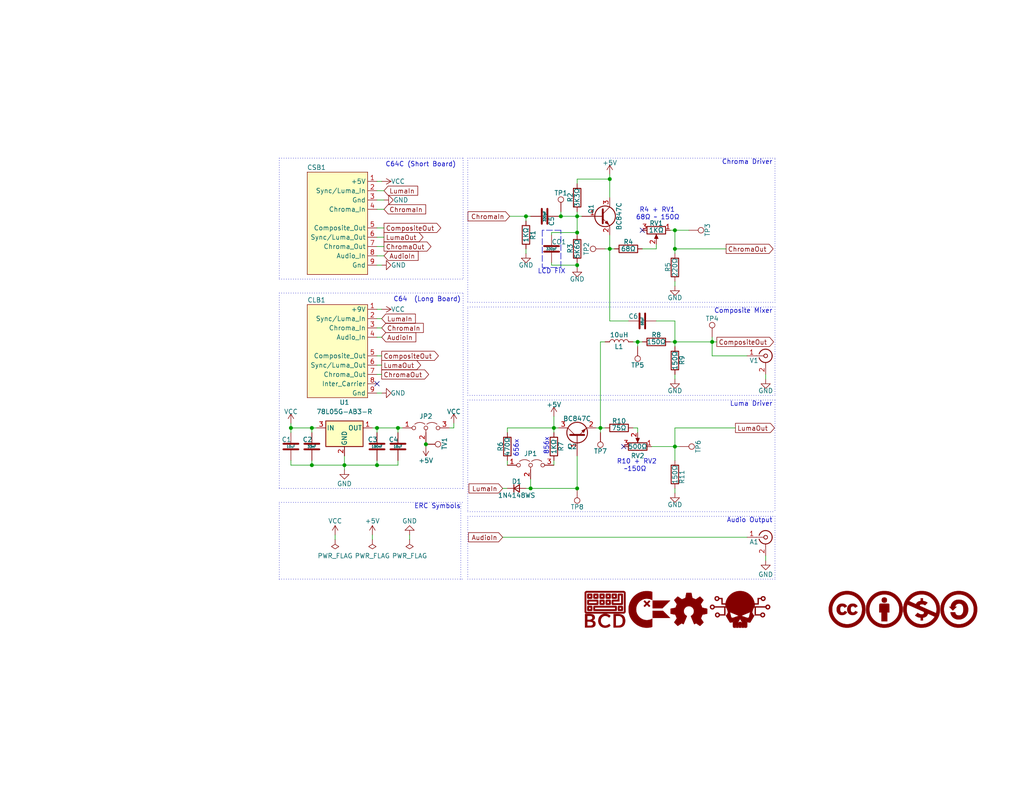
<source format=kicad_sch>
(kicad_sch (version 20211123) (generator eeschema)
  (paper "USLetter")
  (title_block (title "C64 Composite Modulator") (date "2022-01-29") (rev "2") (company "Beaupré Circuit Design") (comment 1 "https://github.com/Beaupre-Circuit-Design/c64-composite-modulator") (comment 3 "https://github.com/mbarszcz-pcb/c64-rf-modulator-replacement") (comment 4 "Remix of an original idea by mbarszcz:"))
  (lib_symbols
    (symbol "BeaupreCircuitDesign:BCD_Logo" (pin_names (offset 1.016)))
    (symbol "BeaupreCircuitDesign:ChickenLips" (pin_names (offset 1.016)))
    (symbol "BeaupreCircuitDesign:OpenSource_Hardware" (pin_names (offset 1.016)))
    (symbol "BeaupreCircuitDesign:Skull" (pin_names (offset 1.016)))
    (symbol "C64_Composite_Modulator:Modulator_Board_To_Long_Board"
      (property "Reference" "C" (at 0 13.97 0))
      (property "Value" "Modulator_Board_To_Long_Board" (at 1.27 -15.24 0))
      (symbol "Modulator_Board_To_Long_Board_1_1"
        (pin passive line (at 11.43 10.16 180) (length 2.54) (name "+9V") (number "1"))
        (pin passive line (at 11.43 7.62 180) (length 2.54) (name "Sync/Luma_In") (number "2"))
        (pin passive line (at 11.43 5.08 180) (length 2.54) (name "Chroma_In") (number "3"))
        (pin passive line (at 11.43 2.54 180) (length 2.54) (name "Audio_In") (number "4"))
        (pin passive line (at 11.43 -2.54 180) (length 2.54) (name "Composite_Out") (number "5"))
        (pin passive line (at 11.43 -5.08 180) (length 2.54) (name "Sync/Luma_Out") (number "6"))
        (pin passive line (at 11.43 -7.62 180) (length 2.54) (name "Chroma_Out") (number "7"))
        (pin passive line (at 11.43 -10.16 180) (length 2.54) (name "Inter_Carrier") (number "8"))
        (pin passive line (at 11.43 -12.7 180) (length 2.54) (name "Gnd") (number "9"))
      )
    )
    (symbol "C64_Composite_Modulator:Modulator_Board_To_Short_Board"
      (property "Reference" "C" (at -6.35 13.97 0))
      (property "Value" "Modulator_Board_To_Short_Board" (at 1.27 -19.05 0))
      (symbol "Modulator_Board_To_Short_Board_1_1"
        (pin passive line (at 11.43 10.16 180) (length 2.54) (name "+5V") (number "1"))
        (pin passive line (at 11.43 7.62 180) (length 2.54) (name "Sync/Luma_In") (number "2"))
        (pin passive line (at 11.43 5.08 180) (length 2.54) (name "Gnd") (number "3"))
        (pin passive line (at 11.43 2.54 180) (length 2.54) (name "Chroma_In") (number "4"))
        (pin passive line (at 11.43 -2.54 180) (length 2.54) (name "Composite_Out") (number "5"))
        (pin passive line (at 11.43 -5.08 180) (length 2.54) (name "Sync/Luma_Out") (number "6"))
        (pin passive line (at 11.43 -7.62 180) (length 2.54) (name "Chroma_Out") (number "7"))
        (pin passive line (at 11.43 -10.16 180) (length 2.54) (name "Audio_In") (number "8"))
        (pin passive line (at 11.43 -12.7 180) (length 2.54) (name "Gnd") (number "9"))
      )
    )
    (symbol "Connector:Conn_Coaxial" (pin_names (offset 1.016) hide)
      (property "Reference" "J" (at 0.254 3.048 0))
      (property "Value" "Conn_Coaxial" (at 2.921 0 90))
      (symbol "Conn_Coaxial_1_1"
        (pin passive line (at -5.08 0 0) (length 2.54) (name "In") (number "1"))
        (pin passive line (at 0 -5.08 90) (length 2.54) (name "Ext") (number "2"))
      )
    )
    (symbol "Connector:TestPoint" (pin_numbers hide) (pin_names (offset 0.762) hide)
      (property "Reference" "TP" (at 0 6.858 0))
      (property "Value" "TestPoint" (at 0 5.08 0))
      (symbol "TestPoint_1_1"
        (pin passive line (at 0 0 90) (length 2.54) (name "1") (number "1"))
      )
    )
    (symbol "CreativeCommons:CreativeCommons" (pin_names (offset 1.016)))
    (symbol "CreativeCommons:CreativeCommons_Attribution" (pin_names (offset 1.016)))
    (symbol "CreativeCommons:CreativeCommons_NonCommercial" (pin_names (offset 1.016)))
    (symbol "CreativeCommons:CreativeCommons_ShareAlike" (pin_names (offset 1.016)))
    (symbol "Device:C" (pin_numbers hide) (pin_names (offset 0.254))
      (property "Reference" "C" (at 0.635 2.54 0))
      (property "Value" "C" (at 0.635 -2.54 0))
      (symbol "C_1_1"
        (pin passive line (at 0 3.81 270) (length 2.794) (name "~") (number "1"))
        (pin passive line (at 0 -3.81 90) (length 2.794) (name "~") (number "2"))
      )
    )
    (symbol "Device:D_Small" (pin_numbers hide) (pin_names (offset 0.254) hide)
      (property "Reference" "D" (at -1.27 2.032 0))
      (property "Value" "D_Small" (at -3.81 -2.032 0))
      (symbol "D_Small_1_1"
        (pin passive line (at -2.54 0 0) (length 1.778) (name "K") (number "1"))
        (pin passive line (at 2.54 0 180) (length 1.778) (name "A") (number "2"))
      )
    )
    (symbol "Device:L" (pin_numbers hide) (pin_names (offset 1.016) hide)
      (property "Reference" "L" (at -1.27 0 90))
      (property "Value" "L" (at 1.905 0 90))
      (symbol "L_1_1"
        (pin passive line (at 0 3.81 270) (length 1.27) (name "1") (number "1"))
        (pin passive line (at 0 -3.81 90) (length 1.27) (name "2") (number "2"))
      )
    )
    (symbol "Device:R" (pin_numbers hide) (pin_names (offset 0))
      (property "Reference" "R" (at 2.032 0 90))
      (property "Value" "R" (at 0 0 90))
      (symbol "R_1_1"
        (pin passive line (at 0 3.81 270) (length 1.27) (name "~") (number "1"))
        (pin passive line (at 0 -3.81 90) (length 1.27) (name "~") (number "2"))
      )
    )
    (symbol "Device:R_Potentiometer" (pin_names (offset 1.016) hide)
      (property "Reference" "RV" (at -4.445 0 90))
      (property "Value" "R_Potentiometer" (at -2.54 0 90))
      (symbol "R_Potentiometer_1_1"
        (pin passive line (at 0 3.81 270) (length 1.27) (name "1") (number "1"))
        (pin passive line (at 3.81 0 180) (length 1.27) (name "2") (number "2"))
        (pin passive line (at 0 -3.81 90) (length 1.27) (name "3") (number "3"))
      )
    )
    (symbol "Jumper:Jumper_3_Open" (pin_names (offset 0) hide)
      (property "Reference" "JP" (at -2.54 -2.54 0))
      (property "Value" "Jumper_3_Open" (at 0 2.794 0))
      (symbol "Jumper_3_Open_1_1"
        (pin passive line (at -6.35 0 0) (length 2.54) (name "A") (number "1"))
        (pin input line (at 0 -3.81 90) (length 2.54) (name "C") (number "2"))
        (pin passive line (at 6.35 0 180) (length 2.54) (name "B") (number "3"))
      )
    )
    (symbol "Regulator_Linear:L78L05_SOT89" (pin_names (offset 0.254))
      (property "Reference" "U" (at -3.81 3.175 0))
      (property "Value" "L78L05_SOT89" (at -0.635 3.175 0))
      (symbol "L78L05_SOT89_1_1"
        (pin power_out line (at 7.62 0 180) (length 2.54) (name "OUT") (number "1"))
        (pin power_in line (at 0 -7.62 90) (length 2.54) (name "GND") (number "2"))
        (pin power_in line (at -7.62 0 0) (length 2.54) (name "IN") (number "3"))
      )
    )
    (symbol "Transistor_BJT:BC847" (pin_names (offset 0) hide)
      (property "Reference" "Q" (at 5.08 1.905 0))
      (property "Value" "BC847" (at 5.08 0 0))
      (symbol "BC847_1_1"
        (pin input line (at -5.08 0 0) (length 5.715) (name "B") (number "1"))
        (pin passive line (at 2.54 -5.08 90) (length 2.54) (name "E") (number "2"))
        (pin passive line (at 2.54 5.08 270) (length 2.54) (name "C") (number "3"))
      )
    )
    (symbol "power:+5V" (power) (pin_names (offset 0))
      (property "Value" "+5V" (at 0 3.556 0))
      (symbol "+5V_1_1"
        (pin power_in line (at 0 0 90) (length 0) hide (name "+5V") (number "1"))
      )
    )
    (symbol "power:GND" (power) (pin_names (offset 0))
      (property "Value" "GND" (at 0 -3.81 0))
      (symbol "GND_1_1"
        (pin power_in line (at 0 0 270) (length 0) hide (name "GND") (number "1"))
      )
    )
    (symbol "power:PWR_FLAG" (power) (pin_numbers hide) (pin_names (offset 0) hide)
      (property "Value" "PWR_FLAG" (at 0 3.81 0))
      (symbol "PWR_FLAG_0_0"
        (pin power_out line (at 0 0 90) (length 0) (name "pwr") (number "1"))
      )
    )
    (symbol "power:VCC" (power) (pin_names (offset 0))
      (property "Value" "VCC" (at 0 3.81 0))
      (symbol "VCC_1_1"
        (pin power_in line (at 0 0 90) (length 0) hide (name "VCC") (number "1"))
      )
    )
  )
  (junction (at 85.09 116.84))
  (junction (at 173.99 93.345))
  (junction (at 184.15 93.345))
  (junction (at 151.13 116.84))
  (junction (at 102.87 127))
  (junction (at 143.51 59.055))
  (junction (at 153.035 59.055))
  (junction (at 116.205 121.285))
  (junction (at 108.585 116.84))
  (junction (at 184.15 67.945))
  (junction (at 144.78 133.35))
  (junction (at 157.48 72.39))
  (junction (at 166.37 67.945))
  (junction (at 163.83 116.84))
  (junction (at 157.48 63.5))
  (junction (at 79.375 116.84))
  (junction (at 102.87 116.84))
  (junction (at 166.37 48.895))
  (junction (at 184.15 121.92))
  (junction (at 93.98 127))
  (junction (at 194.31 93.345))
  (junction (at 157.48 133.35))
  (junction (at 184.15 62.865))
  (junction (at 157.48 59.055))
  (junction (at 85.09 127))
  (no_connect (at 175.26 62.865))
  (no_connect (at 170.18 121.92))
  (no_connect (at 102.87 104.775))
  (wire (pts (xy 165.1 67.945) (xy 166.37 67.945)))
  (wire (pts (xy 157.48 48.895) (xy 166.37 48.895)))
  (wire (pts (xy 151.13 116.84) (xy 151.13 113.665)))
  (polyline (pts (xy 147.955 62.865) (xy 147.955 73.025)))
  (wire (pts (xy 102.87 62.23) (xy 104.775 62.23)))
  (wire (pts (xy 102.87 107.315) (xy 104.14 107.315)))
  (wire (pts (xy 157.48 72.39) (xy 150.495 72.39)))
  (wire (pts (xy 102.87 67.31) (xy 104.775 67.31)))
  (wire (pts (xy 85.09 116.84) (xy 79.375 116.84)))
  (wire (pts (xy 175.26 67.945) (xy 179.07 67.945)))
  (wire (pts (xy 173.99 93.345) (xy 175.26 93.345)))
  (wire (pts (xy 194.31 93.345) (xy 194.31 97.155)))
  (wire (pts (xy 173.99 116.84) (xy 173.99 118.11)))
  (wire (pts (xy 184.15 121.92) (xy 184.15 125.73)))
  (wire (pts (xy 182.88 62.865) (xy 184.15 62.865)))
  (wire (pts (xy 102.87 54.61) (xy 104.775 54.61)))
  (wire (pts (xy 86.36 116.84) (xy 85.09 116.84)))
  (polyline (pts (xy 126.365 133.35) (xy 126.365 80.01)) (stroke (width 0) (type dot)))
  (wire (pts (xy 116.205 121.285) (xy 116.205 121.92)))
  (wire (pts (xy 102.87 118.11) (xy 102.87 116.84)))
  (wire (pts (xy 184.15 62.865) (xy 184.15 67.945)))
  (wire (pts (xy 108.585 127) (xy 102.87 127)))
  (wire (pts (xy 157.48 71.755) (xy 157.48 72.39)))
  (wire (pts (xy 163.83 116.84) (xy 162.56 116.84)))
  (wire (pts (xy 108.585 125.73) (xy 108.585 127)))
  (polyline (pts (xy 127.635 140.97) (xy 211.455 140.97)) (stroke (width 0) (type dot)))
  (wire (pts (xy 102.87 102.235) (xy 104.14 102.235)))
  (wire (pts (xy 157.48 57.785) (xy 157.48 59.055)))
  (wire (pts (xy 157.48 124.46) (xy 157.48 133.35)))
  (wire (pts (xy 102.87 57.15) (xy 104.775 57.15)))
  (polyline (pts (xy 147.955 73.025) (xy 153.035 73.025)))
  (wire (pts (xy 166.37 47.625) (xy 166.37 48.895)))
  (wire (pts (xy 108.585 116.84) (xy 108.585 118.11)))
  (wire (pts (xy 102.87 69.85) (xy 104.775 69.85)))
  (polyline (pts (xy 211.455 107.95) (xy 127.635 107.95)) (stroke (width 0) (type dot)))
  (wire (pts (xy 102.87 89.535) (xy 104.14 89.535)))
  (wire (pts (xy 150.495 64.135) (xy 150.495 63.5)))
  (wire (pts (xy 172.72 116.84) (xy 173.99 116.84)))
  (wire (pts (xy 182.88 93.345) (xy 184.15 93.345)))
  (wire (pts (xy 138.43 116.84) (xy 138.43 118.11)))
  (wire (pts (xy 116.205 120.65) (xy 116.205 121.285)))
  (polyline (pts (xy 76.2 158.115) (xy 126.365 158.115)) (stroke (width 0) (type dot)))
  (wire (pts (xy 85.09 127) (xy 85.09 125.73)))
  (wire (pts (xy 166.37 64.135) (xy 166.37 67.945)))
  (wire (pts (xy 111.76 146.05) (xy 111.76 147.32)))
  (wire (pts (xy 102.87 116.84) (xy 108.585 116.84)))
  (wire (pts (xy 184.15 67.945) (xy 184.15 69.215)))
  (polyline (pts (xy 127.635 158.115) (xy 127.635 140.97)) (stroke (width 0) (type dot)))
  (wire (pts (xy 184.15 116.84) (xy 200.66 116.84)))
  (wire (pts (xy 102.87 116.84) (xy 101.6 116.84)))
  (wire (pts (xy 165.1 93.345) (xy 163.83 93.345)))
  (wire (pts (xy 143.51 133.35) (xy 144.78 133.35)))
  (polyline (pts (xy 76.2 80.01) (xy 126.365 80.01)) (stroke (width 0) (type dot)))
  (wire (pts (xy 152.4 59.055) (xy 153.035 59.055)))
  (wire (pts (xy 184.15 121.92) (xy 185.42 121.92)))
  (wire (pts (xy 138.43 116.84) (xy 151.13 116.84)))
  (wire (pts (xy 79.375 127) (xy 85.09 127)))
  (wire (pts (xy 208.915 102.235) (xy 208.915 103.505)))
  (wire (pts (xy 163.83 116.84) (xy 163.83 118.11)))
  (wire (pts (xy 144.78 133.35) (xy 157.48 133.35)))
  (wire (pts (xy 163.83 93.345) (xy 163.83 116.84)))
  (wire (pts (xy 123.825 116.84) (xy 123.825 115.57)))
  (wire (pts (xy 194.31 93.345) (xy 194.31 92.075)))
  (wire (pts (xy 157.48 72.39) (xy 157.48 73.025)))
  (wire (pts (xy 150.495 72.39) (xy 150.495 71.755)))
  (wire (pts (xy 102.87 84.455) (xy 104.14 84.455)))
  (wire (pts (xy 123.825 116.84) (xy 122.555 116.84)))
  (polyline (pts (xy 211.455 158.115) (xy 127.635 158.115)) (stroke (width 0) (type dot)))
  (polyline (pts (xy 211.455 43.18) (xy 127.635 43.18)) (stroke (width 0) (type dot)))
  (wire (pts (xy 93.98 124.46) (xy 93.98 127)))
  (polyline (pts (xy 127.635 83.82) (xy 211.455 83.82)) (stroke (width 0) (type dot)))
  (wire (pts (xy 102.87 52.07) (xy 104.775 52.07)))
  (polyline (pts (xy 76.2 43.18) (xy 126.365 43.18)) (stroke (width 0) (type dot)))
  (wire (pts (xy 177.8 121.92) (xy 184.15 121.92)))
  (wire (pts (xy 150.495 63.5) (xy 157.48 63.5)))
  (polyline (pts (xy 211.455 109.22) (xy 211.455 139.7)) (stroke (width 0) (type dot)))
  (wire (pts (xy 143.51 59.055) (xy 143.51 60.325)))
  (wire (pts (xy 102.87 72.39) (xy 104.14 72.39)))
  (wire (pts (xy 194.31 93.345) (xy 195.58 93.345)))
  (wire (pts (xy 167.64 67.945) (xy 166.37 67.945)))
  (polyline (pts (xy 76.2 133.35) (xy 126.365 133.35)) (stroke (width 0) (type dot)))
  (wire (pts (xy 157.48 48.895) (xy 157.48 50.165)))
  (wire (pts (xy 144.78 133.35) (xy 144.78 130.81)))
  (wire (pts (xy 184.15 102.235) (xy 184.15 103.505)))
  (wire (pts (xy 184.15 67.945) (xy 198.12 67.945)))
  (wire (pts (xy 151.13 116.84) (xy 152.4 116.84)))
  (wire (pts (xy 137.16 133.35) (xy 138.43 133.35)))
  (polyline (pts (xy 76.2 43.18) (xy 76.2 76.2)) (stroke (width 0) (type dot)))
  (wire (pts (xy 171.45 87.63) (xy 166.37 87.63)))
  (wire (pts (xy 179.07 87.63) (xy 184.15 87.63)))
  (polyline (pts (xy 126.365 43.18) (xy 126.365 76.2)) (stroke (width 0) (type dot)))
  (polyline (pts (xy 153.035 62.865) (xy 147.955 62.865)))
  (wire (pts (xy 153.035 59.055) (xy 157.48 59.055)))
  (wire (pts (xy 102.87 86.995) (xy 104.14 86.995)))
  (wire (pts (xy 151.13 127) (xy 151.13 125.73)))
  (polyline (pts (xy 211.455 83.82) (xy 211.455 107.95)) (stroke (width 0) (type dot)))
  (polyline (pts (xy 125.73 158.115) (xy 125.73 137.16)) (stroke (width 0) (type dot)))
  (wire (pts (xy 102.87 127) (xy 102.87 125.73)))
  (polyline (pts (xy 76.2 80.01) (xy 76.2 133.35)) (stroke (width 0) (type dot)))
  (polyline (pts (xy 76.2 158.115) (xy 76.2 137.16)) (stroke (width 0) (type dot)))
  (wire (pts (xy 172.72 93.345) (xy 173.99 93.345)))
  (polyline (pts (xy 211.455 140.97) (xy 211.455 158.115)) (stroke (width 0) (type dot)))
  (wire (pts (xy 184.15 62.865) (xy 187.96 62.865)))
  (wire (pts (xy 157.48 63.5) (xy 157.48 64.135)))
  (wire (pts (xy 194.31 97.155) (xy 203.835 97.155)))
  (wire (pts (xy 93.98 127) (xy 102.87 127)))
  (wire (pts (xy 85.09 118.11) (xy 85.09 116.84)))
  (wire (pts (xy 208.915 151.765) (xy 208.915 153.035)))
  (wire (pts (xy 102.87 92.075) (xy 104.14 92.075)))
  (wire (pts (xy 166.37 67.945) (xy 166.37 87.63)))
  (wire (pts (xy 108.585 116.84) (xy 109.855 116.84)))
  (wire (pts (xy 151.13 118.11) (xy 151.13 116.84)))
  (polyline (pts (xy 127.635 109.22) (xy 127.635 139.7)) (stroke (width 0) (type dot)))
  (wire (pts (xy 173.99 94.615) (xy 173.99 93.345)))
  (wire (pts (xy 153.035 57.785) (xy 153.035 59.055)))
  (wire (pts (xy 157.48 59.055) (xy 157.48 63.5)))
  (wire (pts (xy 157.48 59.055) (xy 158.75 59.055)))
  (wire (pts (xy 184.15 116.84) (xy 184.15 121.92)))
  (wire (pts (xy 79.375 125.73) (xy 79.375 127)))
  (wire (pts (xy 79.375 118.11) (xy 79.375 116.84)))
  (polyline (pts (xy 76.2 137.16) (xy 126.365 137.16)) (stroke (width 0) (type dot)))
  (wire (pts (xy 143.51 59.055) (xy 144.78 59.055)))
  (polyline (pts (xy 127.635 107.95) (xy 127.635 83.82)) (stroke (width 0) (type dot)))
  (wire (pts (xy 85.09 127) (xy 93.98 127)))
  (wire (pts (xy 184.15 133.35) (xy 184.15 134.62)))
  (wire (pts (xy 184.15 93.345) (xy 194.31 93.345)))
  (polyline (pts (xy 211.455 109.22) (xy 127.635 109.22)) (stroke (width 0) (type dot)))
  (wire (pts (xy 137.16 146.685) (xy 203.835 146.685)))
  (wire (pts (xy 143.51 67.945) (xy 143.51 69.215)))
  (wire (pts (xy 184.15 93.345) (xy 184.15 94.615)))
  (wire (pts (xy 165.1 116.84) (xy 163.83 116.84)))
  (wire (pts (xy 102.87 49.53) (xy 104.14 49.53)))
  (wire (pts (xy 79.375 115.57) (xy 79.375 116.84)))
  (polyline (pts (xy 76.2 76.2) (xy 126.365 76.2)) (stroke (width 0) (type dot)))
  (wire (pts (xy 139.065 59.055) (xy 143.51 59.055)))
  (wire (pts (xy 102.87 97.155) (xy 104.14 97.155)))
  (wire (pts (xy 102.87 99.695) (xy 104.14 99.695)))
  (wire (pts (xy 101.6 146.05) (xy 101.6 147.32)))
  (wire (pts (xy 184.15 87.63) (xy 184.15 93.345)))
  (polyline (pts (xy 127.635 82.55) (xy 211.455 82.55)) (stroke (width 0) (type dot)))
  (wire (pts (xy 179.07 66.675) (xy 179.07 67.945)))
  (wire (pts (xy 91.44 146.05) (xy 91.44 147.32)))
  (wire (pts (xy 138.43 127) (xy 138.43 125.73)))
  (polyline (pts (xy 127.635 43.18) (xy 127.635 82.55)) (stroke (width 0) (type dot)))
  (polyline (pts (xy 153.035 73.025) (xy 153.035 62.865)))
  (polyline (pts (xy 211.455 82.55) (xy 211.455 43.18)) (stroke (width 0) (type dot)))
  (polyline (pts (xy 127.635 139.7) (xy 211.455 139.7)) (stroke (width 0) (type dot)))
  (wire (pts (xy 102.87 64.77) (xy 104.775 64.77)))
  (wire (pts (xy 166.37 48.895) (xy 166.37 53.975)))
  (wire (pts (xy 184.15 76.835) (xy 184.15 78.105)))
  (wire (pts (xy 93.98 128.27) (xy 93.98 127)))
  (text "856x" (at 149.86 119.38 270) (effects (font (size 1.27 1.27)) (justify right bottom)))
  (text "R10 + RV2\n  ~150Ω" (at 168.275 128.905 0) (effects (font (size 1.27 1.27)) (justify left bottom)))
  (text "C64C (Short Board)" (at 124.46 45.72 180) (effects (font (size 1.27 1.27)) (justify right bottom)))
  (text "Luma Driver" (at 210.82 111.125 180) (effects (font (size 1.27 1.27)) (justify right bottom)))
  (text "Composite Mixer" (at 210.82 85.725 180) (effects (font (size 1.27 1.27)) (justify right bottom)))
  (text "C64  (Long Board)" (at 107.315 82.55 0) (effects (font (size 1.27 1.27)) (justify left bottom)))
  (text "ERC Symbols" (at 125.73 139.065 180) (effects (font (size 1.27 1.27)) (justify right bottom)))
  (text "Audio Output" (at 210.82 142.875 180) (effects (font (size 1.27 1.27)) (justify right bottom)))
  (text " R4 + RV1\n68Ω ~ 150Ω" (at 173.482 60.198 0) (effects (font (size 1.27 1.27)) (justify left bottom)))
  (text "Chroma Driver" (at 210.82 45.085 180) (effects (font (size 1.27 1.27)) (justify right bottom)))
  (text "656x" (at 141.605 120.015 270) (effects (font (size 1.27 1.27)) (justify right bottom)))
  (text "LCD FIX" (at 146.685 74.93 0) (effects (font (size 1.27 1.27)) (justify left bottom)))
  (global_label "LumaOut" (shape output) (at 104.775 64.77 0) (property "Intersheet References" "${INTERSHEET_REFS}" (effects hide)))
  (global_label "LumaOut" (shape output) (at 104.14 99.695 0) (property "Intersheet References" "${INTERSHEET_REFS}" (effects hide)))
  (global_label "CompositeOut" (shape output) (at 104.14 97.155 0) (property "Intersheet References" "${INTERSHEET_REFS}" (effects hide)))
  (global_label "CompositeOut" (shape output) (at 195.58 93.345 0) (property "Intersheet References" "${INTERSHEET_REFS}" (effects hide)))
  (global_label "LumaIn" (shape input) (at 137.16 133.35 180) (property "Intersheet References" "${INTERSHEET_REFS}" (effects hide)))
  (global_label "ChromaIn" (shape input) (at 104.775 57.15 0) (property "Intersheet References" "${INTERSHEET_REFS}" (effects hide)))
  (global_label "CompositeOut" (shape output) (at 104.775 62.23 0) (property "Intersheet References" "${INTERSHEET_REFS}" (effects hide)))
  (global_label "LumaIn" (shape input) (at 104.14 86.995 0) (property "Intersheet References" "${INTERSHEET_REFS}" (effects hide)))
  (global_label "LumaOut" (shape output) (at 200.66 116.84 0) (property "Intersheet References" "${INTERSHEET_REFS}" (effects hide)))
  (global_label "AudioIn" (shape input) (at 104.14 92.075 0) (property "Intersheet References" "${INTERSHEET_REFS}" (effects hide)))
  (global_label "ChromaIn" (shape input) (at 104.14 89.535 0) (property "Intersheet References" "${INTERSHEET_REFS}" (effects hide)))
  (global_label "AudioIn" (shape input) (at 104.775 69.85 0) (property "Intersheet References" "${INTERSHEET_REFS}" (effects hide)))
  (global_label "ChromaOut" (shape output) (at 104.14 102.235 0) (property "Intersheet References" "${INTERSHEET_REFS}" (effects hide)))
  (global_label "ChromaOut" (shape output) (at 104.775 67.31 0) (property "Intersheet References" "${INTERSHEET_REFS}" (effects hide)))
  (global_label "LumaIn" (shape input) (at 104.775 52.07 0) (property "Intersheet References" "${INTERSHEET_REFS}" (effects hide)))
  (global_label "ChromaIn" (shape input) (at 139.065 59.055 180) (property "Intersheet References" "${INTERSHEET_REFS}" (effects hide)))
  (global_label "ChromaOut" (shape output) (at 198.12 67.945 0) (property "Intersheet References" "${INTERSHEET_REFS}" (effects hide)))
  (global_label "AudioIn" (shape input) (at 137.16 146.685 180) (property "Intersheet References" "${INTERSHEET_REFS}" (effects hide)))
  (symbol (lib_id "Device:R") (at 143.51 64.135 180) (unit 1)
    (property "Reference" "R1" (at 145.415 62.865 90) (effects (justify left)))
    (property "Value" "1KΩ" (at 143.51 64.135 90))
    (property "Footprint" "Resistor_SMD:R_0805_2012Metric" (effects hide))
    (property "Datasheet" "https://datasheet.lcsc.com/lcsc/1811022111_UNI-ROYAL-Uniroyal-Elec-0805W8F1001T5E_C17513.pdf" (effects hide))
    (property "Description" "1kΩ ±1% 0.125W ±100ppm/℃ 0805 Chip Resistor" (effects hide))
    (property "Manufacturer" "UNI-ROYAL(Uniroyal Elec)" (effects hide))
    (property "Mfr.Part" "0805W8F1001T5E" (effects hide))
    (property "LCSC" "C17513" (effects hide))
    (property "Digikey" "13-RC0805JR-131KLCT-ND" (effects hide))
  )
  (symbol (lib_id "Device:R") (at 157.48 53.975 0) (unit 1)
    (property "Reference" "R2" (at 155.575 55.245 90) (effects (justify left)))
    (property "Value" "3K3Ω" (at 157.48 53.975 90))
    (property "Footprint" "Resistor_SMD:R_0805_2012Metric" (effects hide))
    (property "Datasheet" "https://datasheet.lcsc.com/lcsc/1809140022_UNI-ROYAL-Uniroyal-Elec-0805W8F3301T5E_C26010.pdf" (effects hide))
    (property "Description" "3.3kΩ ±1% 0.125W ±100ppm/℃ 0805 Chip Resistor" (effects hide))
    (property "Manufacturer" "UNI-ROYAL(Uniroyal Elec)" (effects hide))
    (property "Mfr.Part" "0805W8F3301T5E" (effects hide))
    (property "LCSC" "C26010" (effects hide))
    (property "Digikey" "13-RC0805JR-133K3LCT-ND" (effects hide))
  )
  (symbol (lib_id "Device:R") (at 157.48 67.945 0) (unit 1)
    (property "Reference" "R3" (at 155.575 69.215 90) (effects (justify left)))
    (property "Value" "5K6Ω" (at 157.48 67.945 90))
    (property "Footprint" "Resistor_SMD:R_0805_2012Metric" (effects hide))
    (property "Datasheet" "https://datasheet.lcsc.com/lcsc/1810301830_UNI-ROYAL-Uniroyal-Elec-0805W8F5601T5E_C4382.pdf" (effects hide))
    (property "Description" "5.6kΩ ±1% 0.125W ±100ppm/℃ 0805 Chip Resistor" (effects hide))
    (property "Manufacturer" "UNI-ROYAL(Uniroyal Elec)" (effects hide))
    (property "Mfr.Part" "0805W8F5601T5E" (effects hide))
    (property "LCSC" "C4382" (effects hide))
    (property "Digikey" "13-RC0805JR-105K6LCT-ND" (effects hide))
  )
  (symbol (lib_id "Device:R") (at 171.45 67.945 270) (unit 1)
    (property "Reference" "R4" (at 171.45 66.04 90))
    (property "Value" "68Ω" (at 171.45 67.945 90))
    (property "Footprint" "Resistor_SMD:R_0805_2012Metric" (effects hide))
    (property "Datasheet" "https://datasheet.lcsc.com/lcsc/1810301620_UNI-ROYAL-Uniroyal-Elec-0805W8F680JT5E_C17802.pdf" (effects hide))
    (property "Description" "68Ω ±1% 0.125W ±200ppm/℃ 0805 Chip Resistor" (effects hide))
    (property "Manufacturer" "UNI-ROYAL(Uniroyal Elec)" (effects hide))
    (property "Mfr.Part" "0805W8F680JT5E" (effects hide))
    (property "LCSC" "C17802" (effects hide))
    (property "Digikey" "804-1106-1-ND" (effects hide))
  )
  (symbol (lib_id "Device:R") (at 184.15 73.025 0) (unit 1)
    (property "Reference" "R5" (at 182.245 74.295 90) (effects (justify left)))
    (property "Value" "220Ω" (at 184.15 73.025 90))
    (property "Footprint" "Resistor_SMD:R_0805_2012Metric" (effects hide))
    (property "Datasheet" "https://datasheet.lcsc.com/lcsc/1810241809_UNI-ROYAL-Uniroyal-Elec-0805W8F2200T5E_C17557.pdf" (effects hide))
    (property "Description" "220Ω ±1% 0.125W ±100ppm/℃ 0805 Chip Resistor" (effects hide))
    (property "Manufacturer" "UNI-ROYAL(Uniroyal Elec)" (effects hide))
    (property "Mfr.Part" "0805W8F2200T5E" (effects hide))
    (property "LCSC" "C17557" (effects hide))
    (property "Digikey" "13-RC0805JR-13220RLCT-ND" (effects hide))
  )
  (symbol (lib_id "Transistor_BJT:BC847") (at 163.83 59.055 0) (unit 1)
    (property "Reference" "Q1" (at 161.29 58.42 90) (effects (justify left)))
    (property "Value" "BC847C" (at 168.91 62.865 90) (effects (justify left)))
    (property "Footprint" "Package_TO_SOT_SMD:SOT-23" (effects hide))
    (property "Datasheet" "https://datasheet.lcsc.com/lcsc/1811141238_Nexperia-BC847C-215_C8664.pdf" (effects hide))
    (property "Description" "45V 250mW 100mA 520@2mA,5V 100MHz 200mV@100mA,5mA NPN +150℃@(Tj) SOT-23(SOT-23-3) Bipolar Transistors - BJT ROHS" (effects hide))
    (property "Manufacturer" "Nexperia" (effects hide))
    (property "Mfr.Part" "BC847C,215" (effects hide))
    (property "LCSC" "C8664" (effects hide))
    (property "Digikey" "1727-2924-1-ND" (effects hide))
  )
  (symbol (lib_id "Device:C") (at 148.59 59.055 270) (unit 1)
    (property "Reference" "C5" (at 150.495 59.055 0) (effects (justify left)))
    (property "Value" "330pF" (at 148.59 59.055 0) (effects (font (size 0.635 0.635))))
    (property "Footprint" "Capacitor_SMD:C_0805_2012Metric" (effects hide))
    (property "Datasheet" "https://datasheet.lcsc.com/lcsc/1810191220_Samsung-Electro-Mechanics-CL21B331KBANNNC_C51207.pdf" (effects hide))
    (property "Description" "50V 330pF X7R ±10% 0805 Multilayer Ceramic Capacitors MLCC - SMD/SMT ROHS" (effects hide))
    (property "Manufacturer" "Samsung Electro-Mechanics" (effects hide))
    (property "Mfr.Part" "CL21B331KBANNNC" (effects hide))
    (property "LCSC" "C51207" (effects hide))
    (property "Digikey" "1276-1765-1-ND" (effects hide))
  )
  (symbol (lib_id "Device:C") (at 85.09 121.92 0) (unit 1)
    (property "Reference" "C2" (at 82.55 120.015 0) (effects (justify left)))
    (property "Value" "33nF" (at 85.09 121.92 0) (effects (font (size 0.635 0.635))))
    (property "Footprint" "Capacitor_SMD:C_0805_2012Metric" (effects hide))
    (property "Datasheet" "https://datasheet.lcsc.com/lcsc/1810241123_Samsung-Electro-Mechanics-CL21B333KBANNNC_C159777.pdf" (effects hide))
    (property "Description" "50V 33nF X7R ±10% 0805 Multilayer Ceramic Capacitors MLCC - SMD/SMT ROHS" (effects hide))
    (property "Manufacturer" "Samsung Electro-Mechanics" (effects hide))
    (property "Mfr.Part" "CL21B333KBANNNC" (effects hide))
    (property "LCSC" "C159777" (effects hide))
    (property "Digikey" "1276-1796-1-ND" (effects hide))
  )
  (symbol (lib_id "Device:C") (at 102.87 121.92 0) (unit 1)
    (property "Reference" "C3" (at 100.33 120.015 0) (effects (justify left)))
    (property "Value" "100nF" (at 102.87 121.92 0) (effects (font (size 0.635 0.635))))
    (property "Footprint" "Capacitor_SMD:C_0805_2012Metric" (effects hide))
    (property "Datasheet" "https://datasheet.lcsc.com/lcsc/1810191216_Samsung-Electro-Mechanics-CL21B104KCFNNNE_C28233.pdf" (effects hide))
    (property "Description" "100V 100nF X7R ±10% 0805 Multilayer Ceramic Capacitors MLCC - SMD/SMT ROHS" (effects hide))
    (property "Manufacturer" "Samsung Electro-Mechanics" (effects hide))
    (property "Mfr.Part" "CL21B104KCFNNNE" (effects hide))
    (property "LCSC" "C28233" (effects hide))
    (property "Digikey" "1276-6840-1-ND" (effects hide))
  )
  (symbol (lib_id "Device:C") (at 79.375 121.92 0) (unit 1)
    (property "Reference" "C1" (at 76.835 120.015 0) (effects (justify left)))
    (property "Value" "10uF" (at 79.375 121.92 0) (effects (font (size 0.635 0.635))))
    (property "Footprint" "Capacitor_SMD:C_1206_3216Metric" (effects hide))
    (property "Datasheet" "https://datasheet.lcsc.com/lcsc/1810221112_Samsung-Electro-Mechanics-CL31A106KBHNNNE_C13585.pdf" (effects hide))
    (property "Description" "10uF ±10% 50V X5R 1206 Multilayer Ceramic Capacitors " (effects hide))
    (property "Manufacturer" "Samsung Electro-Mechanics" (effects hide))
    (property "Mfr.Part" "CL31A106KBHNNNE" (effects hide))
    (property "LCSC" "C13585" (effects hide))
    (property "Digikey" "1276-2876-1-ND" (effects hide))
  )
  (symbol (lib_id "Device:R") (at 138.43 121.92 0) (mirror x) (unit 1)
    (property "Reference" "R6" (at 136.525 121.92 90))
    (property "Value" "470Ω" (at 138.43 121.92 90))
    (property "Footprint" "Resistor_SMD:R_0805_2012Metric" (effects hide))
    (property "Datasheet" "https://datasheet.lcsc.com/lcsc/1811050105_UNI-ROYAL-Uniroyal-Elec-0805W8F4700T5E_C17710.pdf" (effects hide))
    (property "Description" "470Ω ±1% 0.125W ±100ppm/℃ 0805 Chip Resistor" (effects hide))
    (property "Manufacturer" "UNI-ROYAL(Uniroyal Elec)" (effects hide))
    (property "Mfr.Part" "0805W8F4700T5E" (effects hide))
    (property "LCSC" "C17710" (effects hide))
    (property "Digikey" "13-RC0805JR-13470RLCT-ND" (effects hide))
  )
  (symbol (lib_id "Device:R") (at 151.13 121.92 0) (mirror x) (unit 1)
    (property "Reference" "R7" (at 153.035 121.92 90))
    (property "Value" "1KΩ" (at 151.13 121.92 90))
    (property "Footprint" "Resistor_SMD:R_0805_2012Metric" (effects hide))
    (property "Datasheet" "https://datasheet.lcsc.com/lcsc/1811022111_UNI-ROYAL-Uniroyal-Elec-0805W8F1001T5E_C17513.pdf" (effects hide))
    (property "Description" "1kΩ ±1% 0.125W ±100ppm/℃ 0805 Chip Resistor" (effects hide))
    (property "Manufacturer" "UNI-ROYAL(Uniroyal Elec)" (effects hide))
    (property "Mfr.Part" "0805W8F1001T5E" (effects hide))
    (property "LCSC" "C17513" (effects hide))
    (property "Digikey" "13-RC0805JR-131KLCT-ND" (effects hide))
  )
  (symbol (lib_id "Device:R_Potentiometer") (at 179.07 62.865 270) (unit 1)
    (property "Reference" "RV1" (at 179.07 60.96 90))
    (property "Value" "1KΩ" (at 179.07 62.865 90))
    (property "Footprint" "Potentiometer_THT:Potentiometer_Bourns_3296W_Vertical" (effects hide))
    (property "Datasheet" "https://datasheet.lcsc.com/lcsc/1811011713_BOCHEN-Chengdu-Guosheng-Tech-3296W-1-102_C118949.pdf" (effects hide))
    (property "Description" "±100ppm/℃ ±10% 500mW 25 1kΩ Plugin Variable Resistors/Potentiometers ROHS " (effects hide))
    (property "Manufacturer" "BOCHEN(Chengdu Guosheng Tech) " (effects hide))
    (property "Mfr.Part" "3296W-1-102" (effects hide))
    (property "LCSC" "C118949" (effects hide))
    (property "Digikey" "3296W-102-ND" (effects hide))
  )
  (symbol (lib_id "Device:C") (at 108.585 121.92 0) (unit 1)
    (property "Reference" "C4" (at 106.045 120.015 0) (effects (justify left)))
    (property "Value" "10uF" (at 108.585 121.92 0) (effects (font (size 0.635 0.635))))
    (property "Footprint" "Capacitor_SMD:C_1206_3216Metric" (effects hide))
    (property "Datasheet" "https://datasheet.lcsc.com/lcsc/1810221112_Samsung-Electro-Mechanics-CL31A106KBHNNNE_C13585.pdf" (effects hide))
    (property "Description" "10uF ±10% 50V X5R 1206 Multilayer Ceramic Capacitors " (effects hide))
    (property "Manufacturer" "Samsung Electro-Mechanics" (effects hide))
    (property "Mfr.Part" "CL31A106KBHNNNE" (effects hide))
    (property "LCSC" "C13585" (effects hide))
    (property "Digikey" "1276-2876-1-ND" (effects hide))
  )
  (symbol (lib_id "Device:C") (at 150.495 67.945 0) (unit 1)
    (property "Reference" "CO1" (at 150.495 66.04 0) (effects (justify left)))
    (property "Value" "330pF" (at 150.495 67.945 0) (effects (font (size 0.635 0.635))))
    (property "Footprint" "Capacitor_THT:C_Disc_D4.7mm_W2.5mm_P5.00mm" (effects hide))
    (property "Datasheet" "https://datasheet.lcsc.com/lcsc/1912111437_TDK-CK45-B3AD331KYVNA_C342340.pdf" (effects hide))
    (property "Description" "±10% 330pF B 5mm 5.5mm 5mm 1kV Radial Leaded,P=5mm Ceramic Disc Capacitor" (effects hide))
    (property "Manufacturer" "TDK" (effects hide))
    (property "Mfr.Part" "CK45-B3AD331KYVNA" (effects hide))
    (property "LCSC" "C342340" (effects hide))
    (property "Notes" "Optionnal, install for LCD fix if needed" (effects hide))
    (property "Digikey" "445-CK45-B3AD331KYVNA-ND" (effects hide))
  )
  (symbol (lib_id "Jumper:Jumper_3_Open") (at 144.78 127 0) (unit 1)
    (property "Reference" "JP1" (at 144.78 123.825 0))
    (property "Value" "Jumper_3_Open" (effects hide))
    (property "Footprint" "Connector_PinHeader_2.54mm:PinHeader_1x03_P2.54mm_Vertical" (effects hide))
    (property "Datasheet" "https://datasheet.lcsc.com/lcsc/1811132313_BOOMELE-Boom-Precision-Elec-C49257_C49257.pdf" (effects hide))
    (property "Description" " 	3A Straight Square Pins -40℃~+105℃ 1 3 2.54mm Black 1x3P Plugin,P=2.54mm Pin Headers" (effects hide))
    (property "Manufacturer" "BOOMELE(Boom Precision Elec)" (effects hide))
    (property "Mfr.Part" "C49257" (effects hide))
    (property "LCSC" "C49257" (effects hide))
    (property "Digikey" "609-3461-ND" (effects hide))
  )
  (symbol (lib_id "Device:R") (at 184.15 129.54 180) (unit 1)
    (property "Reference" "R11" (at 186.055 128.27 90) (effects (justify left)))
    (property "Value" "150Ω" (at 184.15 129.54 90))
    (property "Footprint" "Resistor_SMD:R_0805_2012Metric" (effects hide))
    (property "Datasheet" "https://datasheet.lcsc.com/lcsc/1810301815_UNI-ROYAL-Uniroyal-Elec-0805W8F1500T5E_C17471.pdf" (effects hide))
    (property "Description" "150Ω ±1% 0.125W ±100ppm/℃ 0805 Chip Resistor" (effects hide))
    (property "Manufacturer" "UNI-ROYAL(Uniroyal Elec)" (effects hide))
    (property "Mfr.Part" "0805W8F1500T5E" (effects hide))
    (property "LCSC" "C17471" (effects hide))
    (property "Digikey" "13-RC0805JR-13150RLCT-ND" (effects hide))
  )
  (symbol (lib_id "Device:L") (at 168.91 93.345 270) (mirror x) (unit 1)
    (property "Reference" "L1" (at 167.64 94.615 90) (effects (justify left)))
    (property "Value" "10uH" (at 166.37 91.44 90) (effects (justify left)))
    (property "Footprint" "Inductor_SMD:L_0805_2012Metric" (effects hide))
    (property "Datasheet" "https://datasheet.lcsc.com/lcsc/2110081230_Sunlord-MCL2012H100MT_C95978.pdf" (effects hide))
    (property "Description" "100mA 10uH ±20% 650mΩ 0805 Inductors (SMD) ROHS" (effects hide))
    (property "Manufacturer" "Sunlord" (effects hide))
    (property "Mfr.Part" "MCL2012H100MT" (effects hide))
    (property "LCSC" "C95978" (effects hide))
    (property "Digikey" "587-2452-1-ND" (effects hide))
  )
  (symbol (lib_id "Device:C") (at 175.26 87.63 270) (mirror x) (unit 1)
    (property "Reference" "C6" (at 171.45 86.36 90) (effects (justify left)))
    (property "Value" "68pF" (at 175.26 88.9 0) (effects (font (size 0.635 0.635)) (justify left)))
    (property "Footprint" "Capacitor_SMD:C_0805_2012Metric" (effects hide))
    (property "Datasheet" "https://datasheet.lcsc.com/lcsc/1912112237_Samsung-Electro-Mechanics-CL21C680JBANNNC_C193697.pdf" (effects hide))
    (property "Description" "68pF ±5% 50V C0G 0805 Multilayer Ceramic Capacitors MLCC - SMD/SMT RoHS" (effects hide))
    (property "Manufacturer" "Samsung Electro-Mechanics" (effects hide))
    (property "Mfr.Part" "CL21C680JBANNNC" (effects hide))
    (property "LCSC" "C193697" (effects hide))
    (property "Digikey" "1276-1136-1-ND" (effects hide))
  )
  (symbol (lib_id "Device:D_Small") (at 140.97 133.35 0) (mirror x) (unit 1)
    (property "Reference" "D1" (at 140.97 131.445 0))
    (property "Value" "1N4148WS" (at 140.97 135.255 0))
    (property "Footprint" "Diode_SMD:D_SOD-323F" (effects hide))
    (property "Datasheet" "https://datasheet.lcsc.com/lcsc/1810101110_Changjiang-Electronics-Tech-CJ-1N4148WS_C2128.pdf" (effects hide))
    (property "Description" "100V 150mA 1.25V @ 150mA 4ns SOD-323 Switching Diode" (effects hide))
    (property "Manufacturer" "Changjiang Electronics Tech" (effects hide))
    (property "Mfr.Part" "1N4148WS" (effects hide))
    (property "LCSC" "C2128" (effects hide))
    (property "Digikey" "1N4148WSFSCT-ND" (effects hide))
  )
  (symbol (lib_id "Device:R") (at 179.07 93.345 270) (mirror x) (unit 1)
    (property "Reference" "R8" (at 179.07 91.44 90))
    (property "Value" "150Ω" (at 179.07 93.345 90))
    (property "Footprint" "Resistor_SMD:R_0805_2012Metric" (effects hide))
    (property "Datasheet" "https://datasheet.lcsc.com/lcsc/1810301815_UNI-ROYAL-Uniroyal-Elec-0805W8F1500T5E_C17471.pdf" (effects hide))
    (property "Description" "150Ω ±1% 0.125W ±100ppm/℃ 0805 Chip Resistor" (effects hide))
    (property "Manufacturer" "UNI-ROYAL(Uniroyal Elec)" (effects hide))
    (property "Mfr.Part" "0805W8F1500T5E" (effects hide))
    (property "LCSC" "C17471" (effects hide))
    (property "Digikey" "13-RC0805JR-13150RLCT-ND" (effects hide))
  )
  (symbol (lib_id "Device:R") (at 184.15 98.425 0) (mirror y) (unit 1)
    (property "Reference" "R9" (at 186.055 99.695 90) (effects (justify left)))
    (property "Value" "150Ω" (at 184.15 98.425 90))
    (property "Footprint" "Resistor_SMD:R_0805_2012Metric" (effects hide))
    (property "Datasheet" "https://datasheet.lcsc.com/lcsc/1810301815_UNI-ROYAL-Uniroyal-Elec-0805W8F1500T5E_C17471.pdf" (effects hide))
    (property "Description" "150Ω ±1% 0.125W ±100ppm/℃ 0805 Chip Resistor" (effects hide))
    (property "Manufacturer" "UNI-ROYAL(Uniroyal Elec)" (effects hide))
    (property "Mfr.Part" "0805W8F1500T5E" (effects hide))
    (property "LCSC" "C17471" (effects hide))
    (property "Digikey" "13-RC0805JR-13150RLCT-ND" (effects hide))
  )
  (symbol (lib_id "Device:R") (at 168.91 116.84 270) (unit 1)
    (property "Reference" "R10" (at 168.91 114.935 90))
    (property "Value" "75Ω" (at 168.91 116.84 90))
    (property "Footprint" "Resistor_SMD:R_0805_2012Metric" (effects hide))
    (property "Datasheet" "https://datasheet.lcsc.com/lcsc/1810301620_UNI-ROYAL-Uniroyal-Elec-0805W8F750JT5E_C17820.pdf" (effects hide))
    (property "Description" "75Ω ±1% 0.125W ±200ppm/℃ 0805 Chip Resistor" (effects hide))
    (property "Manufacturer" "UNI-ROYAL(Uniroyal Elec)" (effects hide))
    (property "Mfr.Part" "0805W8F750JT5E" (effects hide))
    (property "LCSC" "C17820" (effects hide))
    (property "Digikey" "13-RC0805FR-1375RLCT-ND" (effects hide))
  )
  (symbol (lib_id "Transistor_BJT:BC847") (at 157.48 119.38 90) (unit 1)
    (property "Reference" "Q2" (at 157.48 121.92 90) (effects (justify left)))
    (property "Value" "BC847C" (at 161.29 114.3 90) (effects (justify left)))
    (property "Footprint" "Package_TO_SOT_SMD:SOT-23" (effects hide))
    (property "Datasheet" "https://datasheet.lcsc.com/lcsc/1811141238_Nexperia-BC847C-215_C8664.pdf" (effects hide))
    (property "Description" "45V 250mW 100mA 520@2mA,5V 100MHz 200mV@100mA,5mA NPN +150℃@(Tj) SOT-23(SOT-23-3) Bipolar Transistors - BJT ROHS" (effects hide))
    (property "Manufacturer" "Nexperia" (effects hide))
    (property "Mfr.Part" "BC847C,215" (effects hide))
    (property "LCSC" "C8664" (effects hide))
    (property "Digikey" "1727-2924-1-ND" (effects hide))
  )
  (symbol (lib_id "Device:R_Potentiometer") (at 173.99 121.92 270) (mirror x) (unit 1)
    (property "Reference" "RV2" (at 173.99 124.46 90))
    (property "Value" "500Ω" (at 173.99 121.92 90))
    (property "Footprint" "Potentiometer_THT:Potentiometer_Bourns_3296W_Vertical" (effects hide))
    (property "Datasheet" "https://datasheet.lcsc.com/lcsc/1811101609_BOCHEN-Chengdu-Guosheng-Tech-3296W-1-500_C118908.pdf" (effects hide))
    (property "Description" "±250ppm/℃ ±10% 50Ω Plugin Variable Resistors/Potentiometers ROHS " (effects hide))
    (property "Manufacturer" "BOCHEN(Chengdu Guosheng Tech)" (effects hide))
    (property "Mfr.Part" "3296W-1-500" (effects hide))
    (property "LCSC" "C118908" (effects hide))
    (property "Digikey" "3296W-500-ND" (effects hide))
  )
  (symbol (lib_id "power:GND") (at 184.15 134.62 0) (mirror y) (unit 1)
    (property "Reference" "#PWR0101" (effects hide))
    (property "Value" "GND" (at 184.15 137.795 0))
  )
  (symbol (lib_id "power:+5V") (at 151.13 113.665 0) (mirror y) (unit 1)
    (property "Reference" "#PWR0102" (effects hide))
    (property "Value" "+5V" (at 151.13 110.49 0))
  )
  (symbol (lib_id "Connector:TestPoint") (at 187.96 62.865 270) (unit 1)
    (property "Reference" "TP3" (at 193.04 60.96 0) (effects (justify left)))
    (property "Value" "TestPoint" (effects hide))
    (property "Footprint" "TestPoint:TestPoint_THTPad_2.0x2.0mm_Drill1.0mm" (effects hide))
  )
  (symbol (lib_id "Connector:TestPoint") (at 165.1 67.945 90) (unit 1)
    (property "Reference" "TP2" (at 160.02 67.945 0))
    (property "Value" "TestPoint" (effects hide))
    (property "Footprint" "TestPoint:TestPoint_THTPad_2.0x2.0mm_Drill1.0mm" (effects hide))
  )
  (symbol (lib_id "Connector:TestPoint") (at 163.83 118.11 0) (mirror x) (unit 1)
    (property "Reference" "TP7" (at 163.83 123.19 0))
    (property "Value" "TestPoint" (effects hide))
    (property "Footprint" "TestPoint:TestPoint_THTPad_2.0x2.0mm_Drill1.0mm" (effects hide))
  )
  (symbol (lib_id "Connector:TestPoint") (at 185.42 121.92 270) (mirror x) (unit 1)
    (property "Reference" "TP6" (at 190.5 121.92 0))
    (property "Value" "TestPoint" (effects hide))
    (property "Footprint" "TestPoint:TestPoint_THTPad_2.0x2.0mm_Drill1.0mm" (effects hide))
  )
  (symbol (lib_id "Connector:TestPoint") (at 194.31 92.075 0) (unit 1)
    (property "Reference" "TP4" (at 194.31 86.995 0))
    (property "Value" "TestPoint" (effects hide))
    (property "Footprint" "TestPoint:TestPoint_THTPad_2.0x2.0mm_Drill1.0mm" (effects hide))
  )
  (symbol (lib_id "Connector:TestPoint") (at 157.48 133.35 0) (mirror x) (unit 1)
    (property "Reference" "TP8" (at 157.48 138.43 0))
    (property "Value" "TestPoint" (effects hide))
    (property "Footprint" "TestPoint:TestPoint_THTPad_2.0x2.0mm_Drill1.0mm" (effects hide))
  )
  (symbol (lib_id "Connector:TestPoint") (at 173.99 94.615 180) (unit 1)
    (property "Reference" "TP5" (at 173.99 99.695 0))
    (property "Value" "TestPoint" (effects hide))
    (property "Footprint" "TestPoint:TestPoint_THTPad_2.0x2.0mm_Drill1.0mm" (effects hide))
  )
  (symbol (lib_id "power:GND") (at 184.15 78.105 0) (unit 1)
    (property "Reference" "#PWR0103" (effects hide))
    (property "Value" "GND" (at 184.15 81.28 0))
  )
  (symbol (lib_id "power:GND") (at 157.48 73.025 0) (unit 1)
    (property "Reference" "#PWR0104" (effects hide))
    (property "Value" "GND" (at 157.48 76.2 0))
  )
  (symbol (lib_id "power:GND") (at 143.51 69.215 0) (unit 1)
    (property "Reference" "#PWR0105" (effects hide))
    (property "Value" "GND" (at 143.51 72.39 0))
  )
  (symbol (lib_id "power:+5V") (at 166.37 47.625 0) (unit 1)
    (property "Reference" "#PWR0106" (effects hide))
    (property "Value" "+5V" (at 166.37 44.45 0))
  )
  (symbol (lib_id "power:+5V") (at 116.205 121.92 180) (unit 1)
    (property "Reference" "#PWR0112" (effects hide))
    (property "Value" "+5V" (at 116.205 125.73 0))
  )
  (symbol (lib_id "power:GND") (at 93.98 128.27 0) (unit 1)
    (property "Reference" "#PWR0113" (effects hide))
    (property "Value" "GND" (at 93.98 132.08 0))
  )
  (symbol (lib_id "Jumper:Jumper_3_Open") (at 116.205 116.84 0) (unit 1)
    (property "Reference" "JP2" (at 116.205 113.665 0))
    (property "Value" "Jumper_3_Open" (effects hide))
    (property "Footprint" "Connector_PinHeader_2.54mm:PinHeader_1x03_P2.54mm_Vertical" (effects hide))
    (property "Datasheet" "https://datasheet.lcsc.com/lcsc/1811132313_BOOMELE-Boom-Precision-Elec-C49257_C49257.pdf" (effects hide))
    (property "Description" " 	3A Straight Square Pins -40℃~+105℃ 1 3 2.54mm Black 1x3P Plugin,P=2.54mm Pin Headers" (effects hide))
    (property "Manufacturer" "BOOMELE(Boom Precision Elec)" (effects hide))
    (property "Mfr.Part" "C49257" (effects hide))
    (property "LCSC" "C49257" (effects hide))
    (property "Digikey" "609-3461-ND" (effects hide))
  )
  (symbol (lib_id "Connector:Conn_Coaxial") (at 208.915 97.155 0) (unit 1)
    (property "Reference" "V1" (at 204.47 98.425 0) (effects (justify left)))
    (property "Value" "Conn_Coaxial" (effects hide))
    (property "Footprint" "CUI_Devices:RCJ-014" (effects hide))
    (property "Datasheet" "https://www.cuidevices.com/product/resource/digikeypdf/rcj-01x.pdf" (effects hide))
    (property "Description" "3.20mm ID, 9.00mm OD (RCA) Phono (RCA) Jack Mono Connector Solder" (effects hide))
    (property "Manufacturer" "CUI Devices" (effects hide))
    (property "Mfr.Part" "RCJ-014" (effects hide))
    (property "Digikey" "CP-1403-ND" (effects hide))
  )
  (symbol (lib_id "power:GND") (at 208.915 103.505 0) (unit 1)
    (property "Reference" "#PWR0121" (effects hide))
    (property "Value" "GND" (at 208.915 106.68 0))
  )
  (symbol (lib_id "power:GND") (at 184.15 103.505 0) (mirror y) (unit 1)
    (property "Reference" "#PWR0107" (effects hide))
    (property "Value" "GND" (at 184.15 106.68 0))
  )
  (symbol (lib_id "power:VCC") (at 79.375 115.57 0) (unit 1)
    (property "Reference" "#PWR0122" (effects hide))
    (property "Value" "VCC" (at 79.375 112.395 0))
  )
  (symbol (lib_id "power:VCC") (at 123.825 115.57 0) (unit 1)
    (property "Reference" "#PWR0123" (effects hide))
    (property "Value" "VCC" (at 123.825 112.395 0))
  )
  (symbol (lib_id "power:+5V") (at 101.6 146.05 0) (unit 1)
    (property "Reference" "#PWR02" (effects hide))
    (property "Value" "+5V" (at 101.6 142.24 0))
  )
  (symbol (lib_id "power:PWR_FLAG") (at 91.44 147.32 180) (unit 1)
    (property "Reference" "#FLG01" (effects hide))
    (property "Value" "PWR_FLAG" (at 91.44 151.765 0))
  )
  (symbol (lib_id "power:PWR_FLAG") (at 111.76 147.32 180) (unit 1)
    (property "Reference" "#FLG03" (effects hide))
    (property "Value" "PWR_FLAG" (at 111.76 151.765 0))
  )
  (symbol (lib_id "CreativeCommons:CreativeCommons_Attribution") (at 241.3 166.37 0) (unit 1)
    (property "Reference" "G6" (effects hide))
    (property "Value" "CreativeCommons_Attribution" (effects hide))
    (property "Footprint" "Creative_Common:CreativeCommons_Attribution_2.5mm" (effects hide))
  )
  (symbol (lib_id "power:PWR_FLAG") (at 101.6 147.32 180) (unit 1)
    (property "Reference" "#FLG02" (effects hide))
    (property "Value" "PWR_FLAG" (at 101.6 151.765 0))
  )
  (symbol (lib_id "BeaupreCircuitDesign:Skull") (at 201.93 166.37 0) (unit 1)
    (property "Reference" "G4" (effects hide))
    (property "Value" "Skull" (effects hide))
    (property "Footprint" "BeaupreCircuitDesign:Skull_2.5mm" (effects hide))
  )
  (symbol (lib_id "power:GND") (at 104.14 107.315 90) (unit 1)
    (property "Reference" "#PWR0108" (effects hide))
    (property "Value" "GND" (at 108.585 107.315 90))
  )
  (symbol (lib_id "Connector:TestPoint") (at 153.035 57.785 0) (unit 1)
    (property "Reference" "TP1" (at 153.035 52.705 0))
    (property "Value" "TestPoint" (effects hide))
    (property "Footprint" "TestPoint:TestPoint_THTPad_2.0x2.0mm_Drill1.0mm" (effects hide))
  )
  (symbol (lib_id "power:GND") (at 111.76 146.05 180) (unit 1)
    (property "Reference" "#PWR03" (effects hide))
    (property "Value" "GND" (at 111.76 142.24 0))
  )
  (symbol (lib_id "CreativeCommons:CreativeCommons_ShareAlike") (at 261.62 166.37 0) (unit 1)
    (property "Reference" "G8" (effects hide))
    (property "Value" "CreativeCommons_ShareAlike" (effects hide))
    (property "Footprint" "Creative_Common:CreativeCommons_ShareAlike_2.5mm" (effects hide))
  )
  (symbol (lib_id "power:VCC") (at 104.14 84.455 270) (unit 1)
    (property "Reference" "#PWR0124" (effects hide))
    (property "Value" "VCC" (at 108.585 84.455 90))
  )
  (symbol (lib_id "power:VCC") (at 104.14 49.53 270) (unit 1)
    (property "Reference" "#PWR0109" (effects hide))
    (property "Value" "VCC" (at 108.585 49.53 90))
  )
  (symbol (lib_id "Connector:TestPoint") (at 116.205 121.285 270) (unit 1)
    (property "Reference" "TV1" (at 121.285 119.38 0) (effects (justify left)))
    (property "Value" "TestPoint" (effects hide))
    (property "Footprint" "TestPoint:TestPoint_THTPad_2.0x2.0mm_Drill1.0mm" (effects hide))
  )
  (symbol (lib_id "power:GND") (at 208.915 153.035 0) (unit 1)
    (property "Reference" "#PWR0114" (effects hide))
    (property "Value" "GND" (at 208.915 156.845 0))
  )
  (symbol (lib_id "power:VCC") (at 91.44 146.05 0) (unit 1)
    (property "Reference" "#PWR01" (effects hide))
    (property "Value" "VCC" (at 91.44 142.24 0))
  )
  (symbol (lib_id "BeaupreCircuitDesign:ChickenLips") (at 177.165 166.37 0) (unit 1)
    (property "Reference" "G2" (effects hide))
    (property "Value" "ChickenLips" (effects hide))
    (property "Footprint" "BeaupreCircuitDesign:ChickenLips_2.5mm" (effects hide))
  )
  (symbol (lib_id "CreativeCommons:CreativeCommons_NonCommercial") (at 251.46 166.37 0) (unit 1)
    (property "Reference" "G7" (effects hide))
    (property "Value" "CreativeCommons_NonCommercial" (effects hide))
    (property "Footprint" "Creative_Common:CreativeCommons_NonCommercial_2.5mm" (effects hide))
  )
  (symbol (lib_id "Connector:Conn_Coaxial") (at 208.915 146.685 0) (unit 1)
    (property "Reference" "A1" (at 204.47 147.955 0) (effects (justify left)))
    (property "Value" "Conn_Coaxial" (effects hide))
    (property "Footprint" "CUI_Devices:RCJ-013" (effects hide))
    (property "Datasheet" "https://www.cuidevices.com/product/resource/digikeypdf/rcj-01x.pdf" (effects hide))
    (property "Description" "3.20mm ID, 9.00mm OD (RCA) Phono (RCA) Jack Mono Connector Solder" (effects hide))
    (property "Manufacturer" "CUI Devices" (effects hide))
    (property "Mfr.Part" "RCJ-014" (effects hide))
    (property "Digikey" "CP-1403-ND" (effects hide))
  )
  (symbol (lib_id "BeaupreCircuitDesign:OpenSource_Hardware") (at 187.96 166.37 0) (unit 1)
    (property "Reference" "G3" (effects hide))
    (property "Value" "OpenSource_Hardware" (effects hide))
    (property "Footprint" "BeaupreCircuitDesign:Open_Source_Hardware_2.5mm" (effects hide))
  )
  (symbol (lib_id "power:GND") (at 104.775 54.61 90) (unit 1)
    (property "Reference" "#PWR0110" (effects hide))
    (property "Value" "GND" (at 107.315 54.61 90) (effects (justify right)))
  )
  (symbol (lib_id "CreativeCommons:CreativeCommons") (at 231.14 166.37 0) (unit 1)
    (property "Reference" "G5" (effects hide))
    (property "Value" "CreativeCommons" (effects hide))
    (property "Footprint" "Creative_Common:CreativeCommons_2.5mm" (effects hide))
  )
  (symbol (lib_id "C64_Composite_Modulator:Modulator_Board_To_Short_Board") (at 91.44 59.69 0) (unit 1)
    (property "Reference" "CSB1" (at 86.36 45.72 0))
    (property "Value" "Modulator_Board_To_Short_Board" (effects hide))
    (property "Footprint" "C64 Composite Modulator:Modulator to Short-Board support" (effects hide))
    (property "Datasheet" "https://datasheet.lcsc.com/lcsc/1811132313_BOOMELE-Boom-Precision-Elec-C49257_C49257.pdf" (effects hide))
    (property "Description" " 	3A Straight Square Pins -40℃~+105℃ 1 3 2.54mm Black 1x3P Plugin,P=2.54mm Pin Headers" (effects hide))
    (property "Digikey" "1212-1172-ND" (effects hide))
    (property "LCSC" "C49257" (effects hide))
    (property "Manufacturer" "BOOMELE(Boom Precision Elec)" (effects hide))
    (property "Mfr.Part" "C49257" (effects hide))
  )
  (symbol (lib_id "BeaupreCircuitDesign:BCD_Logo") (at 165.1 166.37 0) (unit 1)
    (property "Reference" "G1" (effects hide))
    (property "Value" "BCD_Logo" (effects hide))
    (property "Footprint" "BeaupreCircuitDesign:BCD_Logo_5mm" (effects hide))
  )
  (symbol (lib_id "Regulator_Linear:L78L05_SOT89") (at 93.98 116.84 0) (unit 1)
    (property "Reference" "U1" (at 93.98 109.855 0))
    (property "Value" "78L05G-AB3-R" (at 93.98 112.395 0))
    (property "Footprint" "Package_TO_SOT_SMD:SOT-89-3" (effects hide))
    (property "Datasheet" "https://datasheet.lcsc.com/lcsc/1809200029_UTC-Unisonic-Tech-78L05G-AB3-R_C71136.pdf" (effects hide))
    (property "Description" "Fixed 30V 5V 1.7V @ 40mA(typ) SOT-89(SOT-89-3) Dropout Regulators" (effects hide))
    (property "LCSC" "C71136" (effects hide))
    (property "Manufacturer" "UTC(Unisonic Tech)" (effects hide))
    (property "Mfr.Part" "78L05G-AB3-R" (effects hide))
    (property "Digikey" "ZSR500GCT-ND" (effects hide))
  )
  (symbol (lib_id "power:GND") (at 104.14 72.39 90) (unit 1)
    (property "Reference" "#PWR0111" (effects hide))
    (property "Value" "GND" (at 106.68 72.39 90) (effects (justify right)))
  )
  (symbol (lib_id "C64_Composite_Modulator:Modulator_Board_To_Long_Board") (at 91.44 94.615 0) (unit 1)
    (property "Reference" "CLB1" (at 86.36 81.915 0))
    (property "Value" "Modulator_Board_To_Long_Board" (effects hide))
    (property "Footprint" "C64 Composite Modulator:Modulator to Long-Board support" (effects hide))
    (property "Datasheet" "https://datasheet.lcsc.com/lcsc/1811132313_BOOMELE-Boom-Precision-Elec-C49257_C49257.pdf" (effects hide))
    (property "Description" " 	3A Straight Square Pins -40℃~+105℃ 1 3 2.54mm Black 1x3P Plugin,P=2.54mm Pin Headers" (effects hide))
    (property "Digikey" "1212-1172-ND" (effects hide))
    (property "LCSC" "C49257" (effects hide))
    (property "Manufacturer" "BOOMELE(Boom Precision Elec)" (effects hide))
    (property "Mfr.Part" "C49257" (effects hide))
  )
)
</source>
